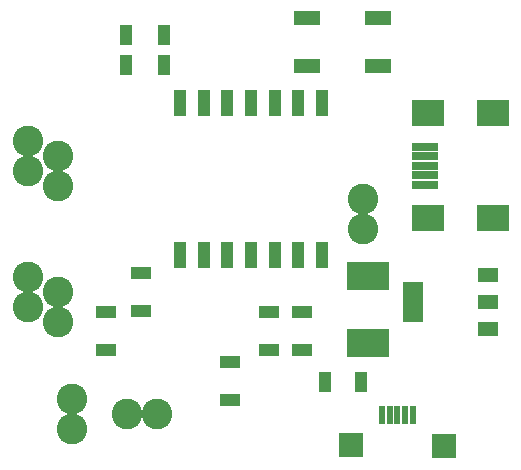
<source format=gts>
%FSLAX34Y34*%
%MOMM*%
%LNSOLDERMASK_TOP*%
G71*
G01*
%ADD10C, 2.60*%
%ADD11R, 1.10X2.20*%
%ADD12R, 2.20X0.70*%
%ADD13R, 0.60X1.55*%
%ADD14R, 2.10X2.10*%
%ADD15R, 2.70X2.20*%
%ADD16R, 3.63X2.42*%
%ADD17R, 1.70X1.20*%
%ADD18R, 1.70X3.50*%
%ADD19R, 1.07X1.80*%
%ADD20R, 2.20X1.20*%
%ADD21R, 1.80X1.10*%
%ADD22R, 1.10X1.80*%
%LPD*%
X84000Y879000D02*
G54D10*
D03*
X84000Y853600D02*
G54D10*
D03*
X109400Y866300D02*
G54D10*
D03*
X109400Y840900D02*
G54D10*
D03*
X84000Y764000D02*
G54D10*
D03*
X84000Y738600D02*
G54D10*
D03*
X109400Y751300D02*
G54D10*
D03*
X109400Y725900D02*
G54D10*
D03*
X213000Y782500D02*
G54D11*
D03*
X213000Y911500D02*
G54D11*
D03*
X233000Y782500D02*
G54D11*
D03*
X233000Y911500D02*
G54D11*
D03*
X253000Y782500D02*
G54D11*
D03*
X253000Y911500D02*
G54D11*
D03*
X273000Y782500D02*
G54D11*
D03*
X273000Y911500D02*
G54D11*
D03*
X293000Y782500D02*
G54D11*
D03*
X293000Y911500D02*
G54D11*
D03*
X313000Y782500D02*
G54D11*
D03*
X313000Y911500D02*
G54D11*
D03*
X333000Y782500D02*
G54D11*
D03*
X333000Y911500D02*
G54D11*
D03*
X420000Y842000D02*
G54D12*
D03*
X420000Y850000D02*
G54D12*
D03*
X420000Y858000D02*
G54D12*
D03*
X420000Y866000D02*
G54D12*
D03*
X420000Y874000D02*
G54D12*
D03*
X384000Y647000D02*
G54D13*
D03*
X390500Y647000D02*
G54D13*
D03*
X397000Y647000D02*
G54D13*
D03*
X403500Y647000D02*
G54D13*
D03*
X410000Y647000D02*
G54D13*
D03*
X358000Y621500D02*
G54D14*
D03*
X436000Y620500D02*
G54D14*
D03*
X422500Y902500D02*
G54D15*
D03*
X477500Y902500D02*
G54D15*
D03*
X477500Y813500D02*
G54D15*
D03*
X422500Y813500D02*
G54D15*
D03*
X371925Y707925D02*
G54D16*
D03*
X371930Y764930D02*
G54D16*
D03*
X473500Y719500D02*
G54D17*
D03*
X473500Y742500D02*
G54D17*
D03*
X473500Y765500D02*
G54D17*
D03*
X410500Y742500D02*
G54D18*
D03*
X366400Y675155D02*
G54D19*
D03*
X336005Y675150D02*
G54D19*
D03*
X320700Y982900D02*
G54D20*
D03*
X380700Y982900D02*
G54D20*
D03*
X320700Y942900D02*
G54D20*
D03*
X380700Y942900D02*
G54D20*
D03*
X367700Y829700D02*
G54D10*
D03*
X367700Y804300D02*
G54D10*
D03*
X316000Y734000D02*
G54D21*
D03*
X316000Y702000D02*
G54D21*
D03*
X288000Y734000D02*
G54D21*
D03*
X288000Y702000D02*
G54D21*
D03*
X255000Y692000D02*
G54D21*
D03*
X255000Y660000D02*
G54D21*
D03*
X199000Y969000D02*
G54D22*
D03*
X167000Y969000D02*
G54D22*
D03*
X199000Y943000D02*
G54D22*
D03*
X167000Y943000D02*
G54D22*
D03*
X150000Y734000D02*
G54D21*
D03*
X150000Y702000D02*
G54D21*
D03*
X180000Y767000D02*
G54D21*
D03*
X180000Y735000D02*
G54D21*
D03*
X121610Y635390D02*
G54D10*
D03*
X121614Y660786D02*
G54D10*
D03*
X168004Y648004D02*
G54D10*
D03*
X193400Y648000D02*
G54D10*
D03*
M02*

</source>
